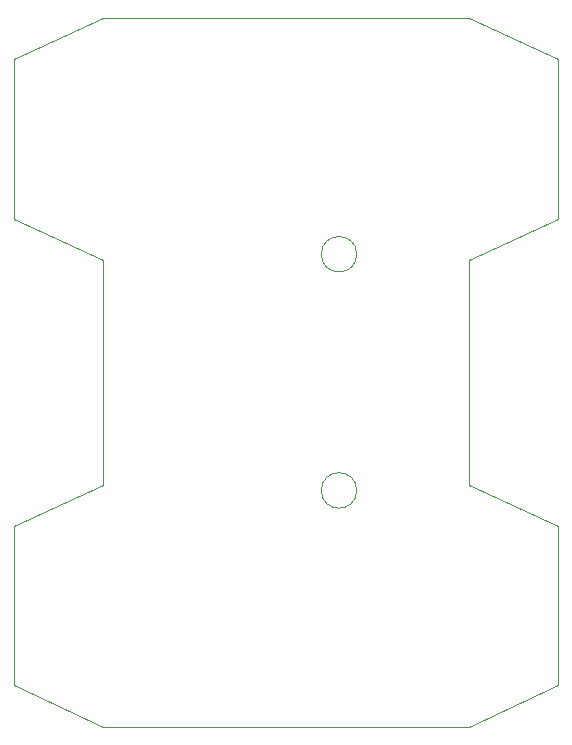
<source format=gm1>
G04 #@! TF.GenerationSoftware,KiCad,Pcbnew,7.0.8*
G04 #@! TF.CreationDate,2024-02-21T14:18:38-03:00*
G04 #@! TF.ProjectId,Drone PCB,44726f6e-6520-4504-9342-2e6b69636164,1.0*
G04 #@! TF.SameCoordinates,Original*
G04 #@! TF.FileFunction,Profile,NP*
%FSLAX46Y46*%
G04 Gerber Fmt 4.6, Leading zero omitted, Abs format (unit mm)*
G04 Created by KiCad (PCBNEW 7.0.8) date 2024-02-21 14:18:38*
%MOMM*%
%LPD*%
G01*
G04 APERTURE LIST*
G04 #@! TA.AperFunction,Profile*
%ADD10C,0.100000*%
G04 #@! TD*
G04 #@! TA.AperFunction,Profile*
%ADD11C,0.050000*%
G04 #@! TD*
G04 APERTURE END LIST*
D10*
X170563000Y-70507000D02*
X170563000Y-84007000D01*
X124563000Y-70507000D02*
X132063000Y-67007000D01*
X163063000Y-106507000D02*
X170563000Y-110007000D01*
X132063000Y-87507000D02*
X124563000Y-84007000D01*
X170563000Y-70507000D02*
X163063000Y-67007000D01*
X163063000Y-87507000D02*
X170563000Y-84007000D01*
X170563000Y-123507000D02*
X163063000Y-127007000D01*
X170563000Y-110007000D02*
X170563000Y-123507000D01*
X163063000Y-87507000D02*
X163063000Y-106507000D01*
X132063000Y-127007000D02*
X163063000Y-127007000D01*
X132063000Y-106507000D02*
X124563000Y-110007000D01*
X124563000Y-70507000D02*
X124563000Y-84007000D01*
X124563000Y-110007000D02*
X124563000Y-123507000D01*
X124563000Y-123507000D02*
X132063000Y-127007000D01*
X132063000Y-67007000D02*
X163063000Y-67007000D01*
X132063000Y-87507000D02*
X132063000Y-106507000D01*
D11*
X153563000Y-87007000D02*
G75*
G03*
X153563000Y-87007000I-1500000J0D01*
G01*
X153563000Y-107007000D02*
G75*
G03*
X153563000Y-107007000I-1500000J0D01*
G01*
M02*

</source>
